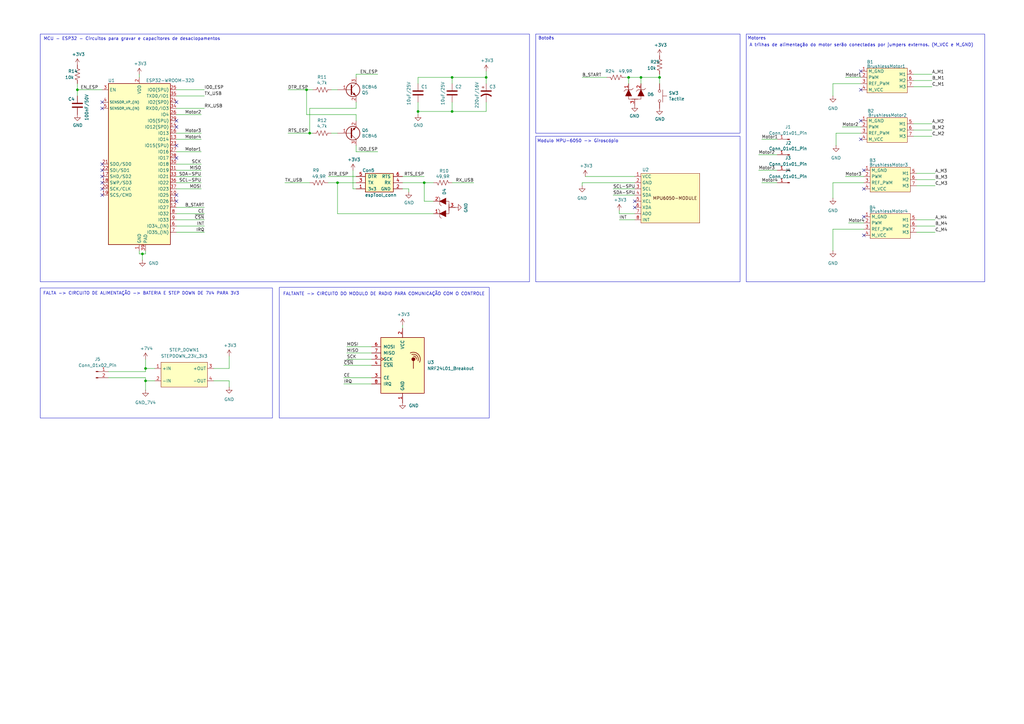
<source format=kicad_sch>
(kicad_sch (version 20250114) (generator "eeschema") (generator_version "9.0")
  (paper "A3")
  (lib_symbols
    (symbol "Connector:Conn_01x01_Pin" (pin_names (offset 1.016) (hide yes))
      (property "Reference" "J" (at 0 2.54 0))
      (property "Value" "Conn_01x01_Pin" (at 0 -2.54 0))
      (symbol "Conn_01x01_Pin_1_1"
        (rectangle (start 0.8636 0.127) (end 0 -0.127) (stroke (width 0.1524)) (fill (type outline)))
        (polyline (pts (xy 1.27 0) (xy 0.8636 0)) (stroke (width 0.1524)))
        (pin passive line (at 5.08 0 180) (length 3.81) (name "Pin_1") (number "1"))
      )
    )
    (symbol "Connector:Conn_01x02_Pin" (pin_names (offset 1.016) (hide yes))
      (property "Reference" "J" (at 0 2.54 0))
      (property "Value" "Conn_01x02_Pin" (at 0 -5.08 0))
      (symbol "Conn_01x02_Pin_1_1"
        (rectangle (start 0.8636 0.127) (end 0 -0.127) (stroke (width 0.1524)) (fill (type outline)))
        (rectangle (start 0.8636 -2.413) (end 0 -2.667) (stroke (width 0.1524)) (fill (type outline)))
        (polyline (pts (xy 1.27 0) (xy 0.8636 0)) (stroke (width 0.1524)))
        (polyline (pts (xy 1.27 -2.54) (xy 0.8636 -2.54)) (stroke (width 0.1524)))
        (pin passive line (at 5.08 0 180) (length 3.81) (name "Pin_1") (number "1"))
        (pin passive line (at 5.08 -2.54 180) (length 3.81) (name "Pin_2") (number "2"))
      )
    )
    (symbol "Local_capacitors:100n" (pin_numbers (hide yes)) (pin_names (offset 0.254))
      (property "Reference" "C" (at 0.635 2.54 0))
      (property "Value" "100n" (at 0.635 -2.54 0))
      (symbol "100n_0_1"
        (polyline (pts (xy -2.032 0.762) (xy 2.032 0.762)) (stroke (width 0.508)))
        (polyline (pts (xy -2.032 -0.762) (xy 2.032 -0.762)) (stroke (width 0.508)))
      )
      (symbol "100n_1_1"
        (pin passive line (at 0 3.81 270) (length 2.794) (name "~") (number "1"))
        (pin passive line (at 0 -3.81 90) (length 2.794) (name "~") (number "2"))
      )
    )
    (symbol "Local_capacitors:100u_10v" (pin_numbers (hide yes)) (pin_names (offset 0.254) (hide yes))
      (property "Reference" "C" (at 0.635 2.54 0))
      (property "Value" "100u_10v" (at 0.635 -2.54 0))
      (symbol "100u_10v_0_1"
        (polyline (pts (xy -2.032 0.762) (xy 2.032 0.762)) (stroke (width 0.508)))
        (polyline (pts (xy -1.778 2.286) (xy -0.762 2.286)))
        (polyline (pts (xy -1.27 1.778) (xy -1.27 2.794)))
        (arc (start -2.032 -1.27) (mid 0 -0.5572) (end 2.032 -1.27) (stroke (width 0.508)))
      )
      (symbol "100u_10v_1_1"
        (pin passive line (at 0 3.81 270) (length 2.794) (name "~") (number "1"))
        (pin passive line (at 0 -3.81 90) (length 3.302) (name "~") (number "2"))
      )
    )
    (symbol "Local_capacitors:10u_10v" (pin_numbers (hide yes)) (pin_names (offset 0.254))
      (property "Reference" "C" (at 0.635 2.54 0))
      (property "Value" "10u_10v" (at 0.635 -2.54 0))
      (symbol "10u_10v_0_1"
        (polyline (pts (xy -2.032 0.762) (xy 2.032 0.762)) (stroke (width 0.508)))
        (polyline (pts (xy -2.032 -0.762) (xy 2.032 -0.762)) (stroke (width 0.508)))
      )
      (symbol "10u_10v_1_1"
        (pin passive line (at 0 3.81 270) (length 2.794) (name "~") (number "1"))
        (pin passive line (at 0 -3.81 90) (length 2.794) (name "~") (number "2"))
      )
    )
    (symbol "Local_connectors:espTool_conn" (pin_names (offset 1.016))
      (property "Reference" "J" (at 1.27 5.08 0))
      (symbol "espTool_conn_1_1"
        (rectangle (start -5.08 3.81) (end 6.35 -3.81) (stroke (width 0.254)) (fill (type background)))
        (pin passive line (at -8.89 2.54 0) (length 3.81) (name "3v3") (number "1"))
        (pin passive line (at -8.89 0 0) (length 3.81) (name "TX") (number "3"))
        (pin passive line (at -8.89 -2.54 0) (length 3.81) (name "DTR") (number "5"))
        (pin passive line (at 10.16 2.54 180) (length 3.81) (name "GND") (number "2"))
        (pin passive line (at 10.16 0 180) (length 3.81) (name "RX") (number "4"))
        (pin passive line (at 10.16 -2.54 180) (length 3.81) (name "RTS") (number "6"))
      )
    )
    (symbol "Local_power:+3V3" (power) (pin_names (offset 0))
      (property "Value" "+3V3" (at 0 3.556 0))
      (symbol "+3V3_0_1"
        (polyline (pts (xy -0.762 1.27) (xy 0 2.54)))
        (polyline (pts (xy 0 2.54) (xy 0.762 1.27)))
        (polyline (pts (xy 0 0) (xy 0 2.54)))
      )
      (symbol "+3V3_1_1"
        (pin power_in line (at 0 0 90) (length 0) (hide yes) (name "+3V3") (number "1"))
      )
    )
    (symbol "Local_power:GND" (power) (pin_names (offset 0))
      (property "Value" "GND" (at 0 -3.81 0))
      (symbol "GND_0_1"
        (polyline (pts (xy 0 0) (xy 0 -1.27) (xy 1.27 -1.27) (xy 0 -2.54) (xy -1.27 -1.27) (xy 0 -1.27)))
      )
      (symbol "GND_1_1"
        (pin power_in line (at 0 0 270) (length 0) (hide yes) (name "GND") (number "1"))
      )
    )
    (symbol "Local_resistors:10k" (pin_numbers (hide yes)) (pin_names (offset 0))
      (property "Reference" "R" (at 2.54 0 90))
      (property "Value" "10k" (at -2.54 0 90))
      (symbol "10k_0_1"
        (polyline (pts (xy 0 2.286) (xy 0 2.54)))
        (polyline (pts (xy 0 2.286) (xy 1.016 1.905) (xy 0 1.524) (xy -1.016 1.143) (xy 0 0.762)))
        (polyline (pts (xy 0 0.762) (xy 1.016 0.381) (xy 0 0) (xy -1.016 -0.381) (xy 0 -0.762)))
        (polyline (pts (xy 0 -0.762) (xy 1.016 -1.143) (xy 0 -1.524) (xy -1.016 -1.905) (xy 0 -2.286)))
        (polyline (pts (xy 0 -2.286) (xy 0 -2.54)))
      )
      (symbol "10k_1_1"
        (pin passive line (at 0 3.81 270) (length 1.27) (name "~") (number "1"))
        (pin passive line (at 0 -3.81 90) (length 1.27) (name "~") (number "2"))
      )
    )
    (symbol "Local_resistors:240R" (pin_numbers (hide yes)) (pin_names (offset 0))
      (property "Reference" "R" (at 2.54 0 90))
      (property "Value" "240R" (at -2.54 0 90))
      (symbol "240R_0_1"
        (polyline (pts (xy 0 2.286) (xy 0 2.54)))
        (polyline (pts (xy 0 2.286) (xy 1.016 1.905) (xy 0 1.524) (xy -1.016 1.143) (xy 0 0.762)))
        (polyline (pts (xy 0 0.762) (xy 1.016 0.381) (xy 0 0) (xy -1.016 -0.381) (xy 0 -0.762)))
        (polyline (pts (xy 0 -0.762) (xy 1.016 -1.143) (xy 0 -1.524) (xy -1.016 -1.905) (xy 0 -2.286)))
        (polyline (pts (xy 0 -2.286) (xy 0 -2.54)))
      )
      (symbol "240R_1_1"
        (pin passive line (at 0 3.81 270) (length 1.27) (name "~") (number "1"))
        (pin passive line (at 0 -3.81 90) (length 1.27) (name "~") (number "2"))
      )
    )
    (symbol "Local_resistors:3k3" (pin_numbers (hide yes)) (pin_names (offset 0))
      (property "Reference" "R" (at 2.54 0 90))
      (property "Value" "3k3" (at -2.54 0 90))
      (symbol "3k3_0_1"
        (polyline (pts (xy 0 2.286) (xy 0 2.54)))
        (polyline (pts (xy 0 2.286) (xy 1.016 1.905) (xy 0 1.524) (xy -1.016 1.143) (xy 0 0.762)))
        (polyline (pts (xy 0 0.762) (xy 1.016 0.381) (xy 0 0) (xy -1.016 -0.381) (xy 0 -0.762)))
        (polyline (pts (xy 0 -0.762) (xy 1.016 -1.143) (xy 0 -1.524) (xy -1.016 -1.905) (xy 0 -2.286)))
        (polyline (pts (xy 0 -2.286) (xy 0 -2.54)))
      )
      (symbol "3k3_1_1"
        (pin passive line (at 0 3.81 270) (length 1.27) (name "~") (number "1"))
        (pin passive line (at 0 -3.81 90) (length 1.27) (name "~") (number "2"))
      )
    )
    (symbol "Local_symbols:BC846" (pin_names (offset 0) (hide yes))
      (property "Reference" "Q" (at 5.08 1.905 0))
      (property "Value" "BC846" (at 5.08 0 0))
      (symbol "BC846_0_1"
        (polyline (pts (xy 0.635 1.905) (xy 0.635 -1.905) (xy 0.635 -1.905)) (stroke (width 0.508)))
        (polyline (pts (xy 0.635 0.635) (xy 2.54 2.54)))
        (polyline (pts (xy 0.635 -0.635) (xy 2.54 -2.54) (xy 2.54 -2.54)))
        (circle (center 1.27 0) (radius 2.8194) (stroke (width 0.254)))
        (polyline (pts (xy 1.27 -1.778) (xy 1.778 -1.27) (xy 2.286 -2.286) (xy 1.27 -1.778) (xy 1.27 -1.778)) (fill (type outline)))
      )
      (symbol "BC846_1_1"
        (pin input line (at -5.08 0 0) (length 5.715) (name "B") (number "1"))
        (pin passive line (at 2.54 5.08 270) (length 2.54) (name "C") (number "3"))
        (pin passive line (at 2.54 -5.08 90) (length 2.54) (name "E") (number "2"))
      )
    )
    (symbol "Local_symbols:ESP32-WROOM-32D"
      (property "Reference" "U" (at -12.7 34.29 0))
      (property "Value" "ESP32-WROOM-32D" (at 1.27 34.29 0))
      (symbol "ESP32-WROOM-32D_0_1"
        (rectangle (start -12.7 33.02) (end 12.7 -33.02) (stroke (width 0.254)) (fill (type background)))
      )
      (symbol "ESP32-WROOM-32D_1_1"
        (pin input line (at -15.24 30.48 0) (length 2.54) (name "EN") (number "3"))
        (pin input line (at -15.24 25.4 0) (length 2.54) (name "SENSOR_VP_(IN)") (number "4"))
        (pin input line (at -15.24 22.86 0) (length 2.54) (name "SENSOR_VN_(IN)") (number "5"))
        (pin bidirectional line (at -15.24 0 0) (length 2.54) (name "SDO/SD0") (number "21"))
        (pin bidirectional line (at -15.24 -2.54 0) (length 2.54) (name "SDI/SD1") (number "22"))
        (pin bidirectional line (at -15.24 -5.08 0) (length 2.54) (name "SHD/SD2") (number "17"))
        (pin bidirectional line (at -15.24 -7.62 0) (length 2.54) (name "SWP/SD3") (number "18"))
        (pin bidirectional line (at -15.24 -10.16 0) (length 2.54) (name "SCK/CLK") (number "20"))
        (pin bidirectional line (at -15.24 -12.7 0) (length 2.54) (name "SCS/CMD") (number "19"))
        (pin no_connect line (at -12.7 -27.94 0) (length 2.54) (hide yes) (name "NC") (number "32"))
        (pin power_in line (at 0 35.56 270) (length 2.54) (name "VDD") (number "2"))
        (pin power_in line (at 0 -35.56 90) (length 2.54) (name "GND") (number "1"))
        (pin passive line (at 0 -35.56 90) (length 2.54) (hide yes) (name "GND") (number "15"))
        (pin passive line (at 0 -35.56 90) (length 2.54) (hide yes) (name "GND") (number "38"))
        (pin passive line (at 2.54 -35.56 90) (length 2.54) (hide yes) (name "GND") (number "15"))
        (pin passive line (at 2.54 -35.56 90) (length 2.54) (hide yes) (name "GND") (number "38"))
        (pin power_in line (at 2.54 -35.56 90) (length 2.54) (name "PAD") (number "39"))
        (pin bidirectional line (at 15.24 30.48 180) (length 2.54) (name "IO0(SPU)") (number "25"))
        (pin bidirectional line (at 15.24 27.94 180) (length 2.54) (name "TXD0/IO1") (number "35"))
        (pin bidirectional line (at 15.24 25.4 180) (length 2.54) (name "IO2(SPD)") (number "24"))
        (pin bidirectional line (at 15.24 22.86 180) (length 2.54) (name "RXD0/IO3") (number "34"))
        (pin bidirectional line (at 15.24 20.32 180) (length 2.54) (name "IO4") (number "26"))
        (pin bidirectional line (at 15.24 17.78 180) (length 2.54) (name "IO5(SPU)") (number "29"))
        (pin bidirectional line (at 15.24 15.24 180) (length 2.54) (name "IO12(SPD)") (number "14"))
        (pin bidirectional line (at 15.24 12.7 180) (length 2.54) (name "IO13") (number "16"))
        (pin bidirectional line (at 15.24 10.16 180) (length 2.54) (name "IO14") (number "13"))
        (pin bidirectional line (at 15.24 7.62 180) (length 2.54) (name "IO15(SPU)") (number "23"))
        (pin bidirectional line (at 15.24 5.08 180) (length 2.54) (name "IO16") (number "27"))
        (pin bidirectional line (at 15.24 2.54 180) (length 2.54) (name "IO17") (number "28"))
        (pin bidirectional line (at 15.24 0 180) (length 2.54) (name "IO18") (number "30"))
        (pin bidirectional line (at 15.24 -2.54 180) (length 2.54) (name "IO19") (number "31"))
        (pin bidirectional line (at 15.24 -5.08 180) (length 2.54) (name "IO21") (number "33"))
        (pin bidirectional line (at 15.24 -7.62 180) (length 2.54) (name "IO22") (number "36"))
        (pin bidirectional line (at 15.24 -10.16 180) (length 2.54) (name "IO23") (number "37"))
        (pin bidirectional line (at 15.24 -12.7 180) (length 2.54) (name "IO25") (number "10"))
        (pin bidirectional line (at 15.24 -15.24 180) (length 2.54) (name "IO26") (number "11"))
        (pin bidirectional line (at 15.24 -17.78 180) (length 2.54) (name "IO27") (number "12"))
        (pin bidirectional line (at 15.24 -20.32 180) (length 2.54) (name "IO32") (number "8"))
        (pin bidirectional line (at 15.24 -22.86 180) (length 2.54) (name "IO33") (number "9"))
        (pin input line (at 15.24 -25.4 180) (length 2.54) (name "IO34_(IN)") (number "6"))
        (pin input line (at 15.24 -27.94 180) (length 2.54) (name "IO35_(IN)") (number "7"))
      )
    )
    (symbol "Local_symbols:SW_Push-Switch" (pin_numbers (hide yes)) (pin_names (offset 1.016) (hide yes))
      (property "Reference" "SW" (at 1.27 2.54 0))
      (property "Value" "SW_Push-Switch" (at 0 -1.524 0))
      (symbol "SW_Push-Switch_0_1"
        (circle (center -2.032 0) (radius 0.508))
        (polyline (pts (xy 0 1.27) (xy 0 3.048)))
        (circle (center 2.032 0) (radius 0.508))
        (polyline (pts (xy 2.54 1.27) (xy -2.54 1.27)))
        (pin passive line (at -5.08 0 0) (length 2.54) (name "1") (number "1"))
        (pin passive line (at 5.08 0 180) (length 2.54) (name "2") (number "2"))
      )
    )
    (symbol "Local_symbols:TVS_DUPLO_UNI" (pin_names (offset 1.016) (hide yes))
      (property "Reference" "D" (at -7.62 0 0))
      (property "Value" "TVS_DUPLO_UNI" (at 6.35 0 90))
      (symbol "TVS_DUPLO_UNI_0_1"
        (polyline (pts (xy -4.445 0.635) (xy -3.81 1.27)))
        (rectangle (start -2.54 1.27) (end -3.81 1.27))
        (rectangle (start -2.54 1.27) (end -1.27 1.27))
        (polyline (pts (xy -1.27 1.27) (xy -0.635 1.905)))
        (polyline (pts (xy 0 -2.54) (xy 2.54 -2.54) (xy 2.54 -1.27)))
        (polyline (pts (xy 0.635 0.635) (xy 1.27 1.27)))
        (polyline (pts (xy 3.81 1.27) (xy 1.27 1.27)))
        (polyline (pts (xy 3.81 1.27) (xy 4.445 1.905)))
        (polyline (pts (xy 3.81 -1.27) (xy 2.54 1.27) (xy 1.27 -1.27) (xy 3.81 -1.27)) (stroke (width 0.2032)) (fill (type outline)))
      )
      (symbol "TVS_DUPLO_UNI_1_1"
        (polyline (pts (xy -2.54 1.27) (xy -3.81 -1.27) (xy -1.27 -1.27) (xy -2.54 1.27)) (stroke (width 0.2032)) (fill (type outline)))
        (polyline (pts (xy 0 -2.54) (xy -2.54 -2.54) (xy -2.54 -1.27)))
        (polyline (pts (xy 1.27 -2.54) (xy -1.27 -2.54)))
        (pin input line (at -2.54 3.81 270) (length 2.54) (name "common") (number "1"))
        (pin passive line (at 0 -5.08 90) (length 2.54) (name "A1") (number "3"))
        (pin passive line (at 2.54 3.81 270) (length 2.54) (name "A2") (number "2"))
      )
    )
    (symbol "MPU6050_module:BrushlessMotor_MODULE"
      (property "Reference" "BrushlessMotor" (at 6.096 1.27 0))
      (symbol "BrushlessMotor_MODULE_1_1"
        (rectangle (start -1.27 0) (end 15.24 -10.16) (fill (type color) (color 255 255 194 1)))
        (pin power_in line (at -3.81 -1.27 0) (length 2.54) (name "M_GND") (number "1"))
        (pin input line (at -3.81 -3.81 0) (length 2.54) (name "PWM") (number "2"))
        (pin input line (at -3.81 -6.35 0) (length 2.54) (name "REF_PWM") (number "3"))
        (pin power_in line (at -3.81 -8.89 0) (length 2.54) (name "M_VCC") (number "4"))
        (pin output line (at 17.78 -2.54 180) (length 2.54) (name "M1") (number "5"))
        (pin output line (at 17.78 -5.08 180) (length 2.54) (name "M2") (number "6"))
        (pin output line (at 17.78 -7.62 180) (length 2.54) (name "M3") (number "7"))
      )
    )
    (symbol "MPU6050_module:MPU6050_module"
      (symbol "MPU6050_module_1_1"
        (rectangle (start 0 0) (end 24.13 -20.32) (fill (type color) (color 255 255 194 1)))
        (text "MPU6050-MODULE" (at 13.97 -10.16 0) (effects (font (size 1.27 1.27))))
        (pin power_in line (at -2.54 -1.27 0) (length 2.54) (name "VCC") (number "1"))
        (pin power_in line (at -2.54 -3.81 0) (length 2.54) (name "GND") (number "2"))
        (pin bidirectional line (at -2.54 -6.35 0) (length 2.54) (name "SCL") (number "3"))
        (pin bidirectional line (at -2.54 -8.89 0) (length 2.54) (name "SDA") (number "4"))
        (pin bidirectional line (at -2.54 -11.43 0) (length 2.54) (name "XCL") (number "5"))
        (pin bidirectional line (at -2.54 -13.97 0) (length 2.54) (name "XDA") (number "6"))
        (pin bidirectional line (at -2.54 -16.51 0) (length 2.54) (name "ADO") (number "7"))
        (pin bidirectional line (at -2.54 -19.05 0) (length 2.54) (name "INT") (number "8"))
      )
    )
    (symbol "MPU6050_module:STEPDOWN_3V3"
      (property "Reference" "STEP_DOWN" (at 5.08 -0.254 0))
      (symbol "STEPDOWN_3V3_1_1"
        (rectangle (start 0 -1.27) (end 19.05 -11.43) (fill (type color) (color 255 255 194 1)))
        (pin input line (at -2.54 -3.81 0) (length 2.54) (name "+IN") (number "1"))
        (pin input line (at -2.54 -8.89 0) (length 2.54) (name "-IN") (number "2"))
        (pin output line (at 21.59 -3.81 180) (length 2.54) (name "+OUT") (number "3"))
        (pin output line (at 21.59 -8.89 180) (length 2.54) (name "-OUT") (number "4"))
      )
    )
    (symbol "RF:NRF24L01_Breakout" (pin_names (offset 1.016))
      (property "Reference" "U" (at -8.89 12.7 0))
      (property "Value" "NRF24L01_Breakout" (at 3.81 12.7 0))
      (symbol "NRF24L01_Breakout_0_1"
        (rectangle (start -8.89 11.43) (end 8.89 -11.43) (stroke (width 0.254)) (fill (type background)))
        (arc (start 3.175 5.08) (mid 6.453 4.548) (end 6.985 1.27) (stroke (width 0.254)))
        (circle (center 4.445 2.54) (radius 0.635) (stroke (width 0.254)) (fill (type outline)))
        (polyline (pts (xy 4.445 1.905) (xy 4.445 -1.27)) (stroke (width 0.254)))
        (arc (start 3.81 4.445) (mid 5.8835 3.9785) (end 6.35 1.905) (stroke (width 0.254)))
        (arc (start 4.445 3.81) (mid 5.3558 3.4508) (end 5.715 2.54) (stroke (width 0.254)))
      )
      (symbol "NRF24L01_Breakout_1_1"
        (pin input line (at -12.7 7.62 0) (length 3.81) (name "MOSI") (number "6"))
        (pin output line (at -12.7 5.08 0) (length 3.81) (name "MISO") (number "7"))
        (pin input clock (at -12.7 2.54 0) (length 3.81) (name "SCK") (number "5"))
        (pin input line (at -12.7 0 0) (length 3.81) (name "~{CSN}") (number "4"))
        (pin input line (at -12.7 -5.08 0) (length 3.81) (name "CE") (number "3"))
        (pin output line (at -12.7 -7.62 0) (length 3.81) (name "IRQ") (number "8"))
        (pin power_in line (at 0 15.24 270) (length 3.81) (name "VCC") (number "2"))
        (pin power_in line (at 0 -15.24 90) (length 3.81) (name "GND") (number "1"))
      )
    )
    (symbol "power:GND" (power) (pin_numbers (hide yes)) (pin_names (offset 0) (hide yes))
      (property "Value" "GND" (at 0 -3.81 0))
      (symbol "GND_0_1"
        (polyline (pts (xy 0 0) (xy 0 -1.27) (xy 1.27 -1.27) (xy 0 -2.54) (xy -1.27 -1.27) (xy 0 -1.27)))
      )
      (symbol "GND_1_1"
        (pin power_in line (at 0 0 270) (length 0) (name "~") (number "1"))
      )
    )
  )
  (rectangle (start 219.71 55.88) (end 303.53 115.57))
  (rectangle (start 16.51 13.97) (end 217.17 115.57))
  (rectangle (start 219.71 13.97) (end 303.53 54.61))
  (rectangle (start 16.51 118.11) (end 111.76 171.45))
  (rectangle (start 306.07 13.97) (end 403.86 115.57))
  (rectangle (start 114.554 117.856) (end 200.66 171.45))
  (text "A trilhas de alimentação do motor serão conectadas por jumpers externos. (M_VCC e M_GND)" (at 353.314 18.542 0) (effects (font (size 1.27 1.27))))
  (text "MCU - ESP32 - Circuitos para gravar e capacitores de desaclopamentos" (at 54.102 16.002 0) (effects (font (size 1.27 1.27))))
  (text "Botoẽs" (at 224.028 15.748 0) (effects (font (size 1.27 1.27))))
  (text "Modulo MPU-6050 -> Giroscópio" (at 236.982 57.912 0) (effects (font (size 1.27 1.27))))
  (text "Motores" (at 310.388 15.748 0) (effects (font (size 1.27 1.27))))
  (text "FALTANTE -> CIRCUITO DO MODULO DE RADIO PARA COMUNICAÇÃO COM O CONTROLE" (at 157.48 120.65 0) (effects (font (size 1.27 1.27))))
  (text "FALTA -> CIRCUITO DE ALIMENTAÇÃO -> BATERIA E STEP DOWN DE 7V4 PARA 3V3" (at 57.912 120.396 0) (effects (font (size 1.27 1.27))))
  (junction (at 199.39 31.75))
  (junction (at 127 54.61))
  (junction (at 257.81 31.75))
  (junction (at 270.51 31.75))
  (junction (at 59.69 151.13))
  (junction (at 31.75 36.83))
  (junction (at 173.99 74.93))
  (junction (at 185.42 45.72))
  (junction (at 125.73 36.83))
  (junction (at 262.89 31.75))
  (junction (at 171.45 45.72))
  (junction (at 59.69 156.21))
  (junction (at 58.42 104.14))
  (junction (at 185.42 31.75))
  (junction (at 138.43 74.93))
  (no_connect (at 72.39 41.91))
  (no_connect (at 72.39 52.07))
  (no_connect (at 72.39 49.53))
  (no_connect (at 72.39 82.55))
  (no_connect (at 41.91 77.47))
  (no_connect (at 41.91 69.85))
  (no_connect (at 41.91 72.39))
  (no_connect (at 41.91 80.01))
  (no_connect (at 72.39 59.69))
  (no_connect (at 41.91 67.31))
  (no_connect (at 354.33 96.52))
  (no_connect (at 354.33 88.9))
  (no_connect (at 260.35 82.55))
  (no_connect (at 72.39 64.77))
  (no_connect (at 72.39 80.01))
  (no_connect (at 41.91 41.91))
  (no_connect (at 354.33 69.85))
  (no_connect (at 41.91 74.93))
  (no_connect (at 353.06 49.53))
  (no_connect (at 354.33 77.47))
  (no_connect (at 353.06 57.15))
  (no_connect (at 353.06 29.21))
  (no_connect (at 260.35 85.09))
  (no_connect (at 353.06 36.83))
  (no_connect (at 41.91 44.45))
  (wire (pts (xy 260.35 87.63) (xy 254 87.63)))
  (wire (pts (xy 59.69 160.02) (xy 59.69 156.21)))
  (wire (pts (xy 383.54 71.12) (xy 375.92 71.12)))
  (wire (pts (xy 72.39 67.31) (xy 82.55 67.31)))
  (wire (pts (xy 138.43 74.93) (xy 138.43 87.63)))
  (wire (pts (xy 134.62 72.39) (xy 146.05 72.39)))
  (wire (pts (xy 134.62 74.93) (xy 138.43 74.93)))
  (wire (pts (xy 382.27 30.48) (xy 374.65 30.48)))
  (wire (pts (xy 125.73 46.99) (xy 125.73 36.83)))
  (wire (pts (xy 199.39 41.91) (xy 199.39 45.72)))
  (wire (pts (xy 262.89 31.75) (xy 270.51 31.75)))
  (wire (pts (xy 318.77 63.5) (xy 311.15 63.5)))
  (wire (pts (xy 63.5 156.21) (xy 59.69 156.21)))
  (wire (pts (xy 72.39 92.71) (xy 83.82 92.71)))
  (wire (pts (xy 341.63 74.93) (xy 354.33 74.93)))
  (wire (pts (xy 59.69 156.21) (xy 59.69 154.94)))
  (wire (pts (xy 152.4 144.78) (xy 142.24 144.78)))
  (wire (pts (xy 127 54.61) (xy 128.27 54.61)))
  (wire (pts (xy 59.69 152.4) (xy 59.69 151.13)))
  (wire (pts (xy 82.55 72.39) (xy 72.39 72.39)))
  (wire (pts (xy 146.05 41.91) (xy 146.05 44.45)))
  (wire (pts (xy 382.27 35.56) (xy 374.65 35.56)))
  (wire (pts (xy 152.4 147.32) (xy 142.24 147.32)))
  (wire (pts (xy 72.39 57.15) (xy 82.55 57.15)))
  (wire (pts (xy 171.45 41.91) (xy 171.45 45.72)))
  (wire (pts (xy 87.63 151.13) (xy 93.98 151.13)))
  (wire (pts (xy 87.63 156.21) (xy 93.98 156.21)))
  (wire (pts (xy 318.77 74.93) (xy 312.42 74.93)))
  (wire (pts (xy 118.11 54.61) (xy 127 54.61)))
  (wire (pts (xy 72.39 95.25) (xy 83.82 95.25)))
  (wire (pts (xy 146.05 31.75) (xy 146.05 30.48)))
  (wire (pts (xy 254 90.17) (xy 260.35 90.17)))
  (wire (pts (xy 382.27 33.02) (xy 374.65 33.02)))
  (wire (pts (xy 199.39 29.21) (xy 199.39 31.75)))
  (wire (pts (xy 262.89 34.29) (xy 262.89 31.75)))
  (wire (pts (xy 146.05 44.45) (xy 127 44.45)))
  (wire (pts (xy 152.4 154.94) (xy 140.97 154.94)))
  (wire (pts (xy 177.8 74.93) (xy 173.99 74.93)))
  (wire (pts (xy 59.69 147.32) (xy 59.69 151.13)))
  (wire (pts (xy 341.63 39.37) (xy 341.63 34.29)))
  (wire (pts (xy 256.54 31.75) (xy 257.81 31.75)))
  (wire (pts (xy 44.45 152.4) (xy 59.69 152.4)))
  (wire (pts (xy 72.39 46.99) (xy 82.55 46.99)))
  (wire (pts (xy 58.42 106.68) (xy 58.42 104.14)))
  (wire (pts (xy 383.54 92.71) (xy 375.92 92.71)))
  (wire (pts (xy 59.69 154.94) (xy 44.45 154.94)))
  (wire (pts (xy 135.89 36.83) (xy 138.43 36.83)))
  (wire (pts (xy 354.33 91.44) (xy 347.98 91.44)))
  (wire (pts (xy 127 44.45) (xy 127 54.61)))
  (wire (pts (xy 146.05 49.53) (xy 146.05 46.99)))
  (wire (pts (xy 165.1 74.93) (xy 173.99 74.93)))
  (wire (pts (xy 165.1 72.39) (xy 173.99 72.39)))
  (wire (pts (xy 128.27 36.83) (xy 125.73 36.83)))
  (wire (pts (xy 152.4 149.86) (xy 140.97 149.86)))
  (wire (pts (xy 116.84 74.93) (xy 127 74.93)))
  (wire (pts (xy 146.05 62.23) (xy 154.94 62.23)))
  (wire (pts (xy 173.99 74.93) (xy 173.99 82.55)))
  (wire (pts (xy 238.76 31.75) (xy 248.92 31.75)))
  (wire (pts (xy 82.55 74.93) (xy 72.39 74.93)))
  (wire (pts (xy 138.43 87.63) (xy 177.8 87.63)))
  (wire (pts (xy 354.33 72.39) (xy 346.71 72.39)))
  (wire (pts (xy 138.43 74.93) (xy 146.05 74.93)))
  (wire (pts (xy 382.27 50.8) (xy 374.65 50.8)))
  (wire (pts (xy 59.69 104.14) (xy 58.42 104.14)))
  (wire (pts (xy 72.39 87.63) (xy 83.82 87.63)))
  (wire (pts (xy 185.42 74.93) (xy 194.31 74.93)))
  (wire (pts (xy 171.45 31.75) (xy 185.42 31.75)))
  (wire (pts (xy 383.54 95.25) (xy 375.92 95.25)))
  (wire (pts (xy 318.77 57.15) (xy 312.42 57.15)))
  (wire (pts (xy 199.39 31.75) (xy 199.39 34.29)))
  (wire (pts (xy 173.99 82.55) (xy 177.8 82.55)))
  (wire (pts (xy 341.63 34.29) (xy 353.06 34.29)))
  (wire (pts (xy 83.82 44.45) (xy 72.39 44.45)))
  (wire (pts (xy 72.39 54.61) (xy 82.55 54.61)))
  (wire (pts (xy 341.63 93.98) (xy 354.33 93.98)))
  (wire (pts (xy 382.27 53.34) (xy 374.65 53.34)))
  (wire (pts (xy 165.1 77.47) (xy 167.64 77.47)))
  (wire (pts (xy 341.63 81.28) (xy 341.63 74.93)))
  (wire (pts (xy 185.42 31.75) (xy 185.42 34.29)))
  (wire (pts (xy 383.54 76.2) (xy 375.92 76.2)))
  (wire (pts (xy 72.39 85.09) (xy 83.82 85.09)))
  (wire (pts (xy 167.64 77.47) (xy 167.64 78.74)))
  (wire (pts (xy 57.15 30.48) (xy 57.15 31.75)))
  (wire (pts (xy 270.51 30.48) (xy 270.51 31.75)))
  (wire (pts (xy 59.69 151.13) (xy 63.5 151.13)))
  (wire (pts (xy 341.63 102.87) (xy 341.63 93.98)))
  (wire (pts (xy 135.89 54.61) (xy 138.43 54.61)))
  (wire (pts (xy 185.42 45.72) (xy 171.45 45.72)))
  (wire (pts (xy 185.42 41.91) (xy 185.42 45.72)))
  (wire (pts (xy 240.03 72.39) (xy 260.35 72.39)))
  (wire (pts (xy 57.15 104.14) (xy 57.15 102.87)))
  (wire (pts (xy 383.54 90.17) (xy 375.92 90.17)))
  (wire (pts (xy 83.82 36.83) (xy 72.39 36.83)))
  (wire (pts (xy 382.27 55.88) (xy 374.65 55.88)))
  (wire (pts (xy 185.42 31.75) (xy 199.39 31.75)))
  (wire (pts (xy 353.06 52.07) (xy 345.44 52.07)))
  (wire (pts (xy 199.39 45.72) (xy 185.42 45.72)))
  (wire (pts (xy 83.82 39.37) (xy 72.39 39.37)))
  (wire (pts (xy 152.4 157.48) (xy 140.97 157.48)))
  (wire (pts (xy 257.81 31.75) (xy 262.89 31.75)))
  (wire (pts (xy 93.98 151.13) (xy 93.98 146.05)))
  (wire (pts (xy 383.54 73.66) (xy 375.92 73.66)))
  (wire (pts (xy 260.35 74.93) (xy 238.76 74.93)))
  (wire (pts (xy 342.9 59.69) (xy 342.9 54.61)))
  (wire (pts (xy 251.46 80.01) (xy 260.35 80.01)))
  (wire (pts (xy 238.76 74.93) (xy 238.76 76.2)))
  (wire (pts (xy 72.39 90.17) (xy 83.82 90.17)))
  (wire (pts (xy 257.81 31.75) (xy 257.81 34.29)))
  (wire (pts (xy 118.11 36.83) (xy 125.73 36.83)))
  (wire (pts (xy 31.75 36.83) (xy 41.91 36.83)))
  (wire (pts (xy 72.39 69.85) (xy 82.55 69.85)))
  (wire (pts (xy 270.51 31.75) (xy 270.51 34.29)))
  (wire (pts (xy 93.98 156.21) (xy 93.98 158.75)))
  (wire (pts (xy 152.4 142.24) (xy 142.24 142.24)))
  (wire (pts (xy 58.42 104.14) (xy 57.15 104.14)))
  (wire (pts (xy 254 87.63) (xy 254 86.36)))
  (wire (pts (xy 353.06 31.75) (xy 346.71 31.75)))
  (wire (pts (xy 171.45 34.29) (xy 171.45 31.75)))
  (wire (pts (xy 146.05 59.69) (xy 146.05 62.23)))
  (wire (pts (xy 59.69 102.87) (xy 59.69 104.14)))
  (wire (pts (xy 251.46 77.47) (xy 260.35 77.47)))
  (wire (pts (xy 318.77 69.85) (xy 311.15 69.85)))
  (wire (pts (xy 342.9 54.61) (xy 353.06 54.61)))
  (wire (pts (xy 144.78 77.47) (xy 144.78 69.85)))
  (wire (pts (xy 146.05 77.47) (xy 144.78 77.47)))
  (wire (pts (xy 72.39 62.23) (xy 82.55 62.23)))
  (wire (pts (xy 31.75 34.29) (xy 31.75 36.83)))
  (wire (pts (xy 165.1 133.35) (xy 165.1 134.62)))
  (wire (pts (xy 146.05 30.48) (xy 154.94 30.48)))
  (wire (pts (xy 125.73 46.99) (xy 146.05 46.99)))
  (wire (pts (xy 171.45 45.72) (xy 171.45 46.99)))
  (wire (pts (xy 72.39 77.47) (xy 82.55 77.47)))
  (wire (pts (xy 31.75 36.83) (xy 31.75 39.37)))
  (label "Motor2" (at 311.15 63.5 0))
  (label "SCK" (at 82.55 67.31 180))
  (label "Motor2" (at 345.44 52.07 0))
  (label "MISO" (at 82.55 69.85 180))
  (label "Motor4" (at 82.55 57.15 180))
  (label "SCK" (at 142.24 147.32 0))
  (label "CE" (at 140.97 154.94 0))
  (label "IO0_ESP" (at 83.82 36.83 0))
  (label "RX_USB" (at 83.82 44.45 0))
  (label "MISO" (at 142.24 144.78 0))
  (label "A_M4" (at 383.54 90.17 0))
  (label "A_M1" (at 382.27 30.48 0))
  (label "DTR_ESP" (at 134.62 72.39 0))
  (label "Motor1" (at 82.55 62.23 180))
  (label "B_START" (at 238.76 31.75 0))
  (label "B_M3" (at 383.54 73.66 0))
  (label "Motor1" (at 346.71 31.75 0))
  (label "C_M2" (at 382.27 55.88 0))
  (label "A_M2" (at 382.27 50.8 0))
  (label "MOSI" (at 82.55 77.47 180))
  (label "B_M4" (at 383.54 92.71 0))
  (label "INT" (at 83.82 92.71 180))
  (label "A_M3" (at 383.54 71.12 0))
  (label "MOSI" (at 142.24 142.24 0))
  (label "Motor4" (at 347.98 91.44 0))
  (label "IO0_ESP" (at 154.94 62.23 180))
  (label "~{CSN}" (at 140.97 149.86 0))
  (label "IRQ" (at 140.97 157.48 0))
  (label "C_M4" (at 383.54 95.25 0))
  (label "DTR_ESP" (at 118.11 36.83 0))
  (label "Motor3" (at 346.71 72.39 0))
  (label "RX_USB" (at 194.31 74.93 180))
  (label "B_START" (at 83.82 85.09 180))
  (label "SDA-SPU" (at 82.55 72.39 180))
  (label "Motor3" (at 82.55 54.61 180))
  (label "Motor1" (at 312.42 57.15 0))
  (label "Motor4" (at 312.42 74.93 0))
  (label "B_M1" (at 382.27 33.02 0))
  (label "TX_USB" (at 116.84 74.93 0))
  (label "EN_ESP" (at 154.94 30.48 180))
  (label "Motor2" (at 82.55 46.99 180))
  (label "~{CSN}" (at 83.82 90.17 180))
  (label "EN_ESP" (at 33.02 36.83 0))
  (label "CE" (at 83.82 87.63 180))
  (label "IRQ" (at 83.82 95.25 180))
  (label "TX_USB" (at 83.82 39.37 0))
  (label "B_M2" (at 382.27 53.34 0))
  (label "SDA-SPU" (at 251.46 80.01 0))
  (label "RTS_ESP" (at 118.11 54.61 0))
  (label "SCL-SPU" (at 251.46 77.47 0))
  (label "INT" (at 254 90.17 0))
  (label "SCL-SPU" (at 82.55 74.93 180))
  (label "C_M3" (at 383.54 76.2 0))
  (label "RTS_ESP" (at 173.99 72.39 180))
  (label "Motor3" (at 311.15 69.85 0))
  (label "C_M1" (at 382.27 35.56 0))
  (symbol (lib_id "Connector:Conn_01x01_Pin") (at 323.85 69.85 180) (unit 1)
    (property "Reference" "J3" (at 323.215 64.77 0))
    (property "Value" "Conn_01x01_Pin" (at 323.215 67.31 0))
    (property "Footprint" "Connector_PinHeader_2.54mm:PinHeader_1x01_P2.54mm_Vertical" (effects (hide yes)))
    (property "Description" "Generic connector, single row, 01x01, script generated" (effects (hide yes)))
  )
  (symbol (lib_id "Local_power:GND") (at 31.75 46.99 0) (unit 1)
    (property "Reference" "#PWR019" (effects (hide yes)))
    (property "Value" "GND" (at 31.877 51.3842 0))
  )
  (symbol (lib_id "Local_power:+3V3") (at 199.39 29.21 0) (unit 1)
    (property "Reference" "#PWR016" (effects (hide yes)))
    (property "Value" "+3V3" (at 199.771 24.8158 0))
  )
  (symbol (lib_id "Local_resistors:240R") (at 181.61 74.93 90) (mirror x) (unit 1)
    (property "Reference" "R10" (at 182.118 70.104 90))
    (property "Value" "49,9R" (at 181.61 72.39 90))
    (property "Footprint" "Local_Resistor_SMD:R_0805_2012Metric_Pad1.15x1.40mm_HandSolder" (effects (hide yes)))
    (property "Description" "Resistor 0805 1% 0.125W" (effects (hide yes)))
    (property "MPN" "RC0805FR-0749R9L" (effects (hide yes)))
    (property "Manufacturer" "Yageo" (effects (hide yes)))
  )
  (symbol (lib_id "Local_resistors:10k") (at 31.75 30.48 0) (unit 1)
    (property "Reference" "R14" (at 27.94 29.21 0) (effects (justify left)))
    (property "Value" "10k" (at 26.67 31.75 0) (effects (justify left)))
    (property "Footprint" "Local_Resistor_SMD:R_0805_2012Metric_Pad1.15x1.40mm_HandSolder" (effects (hide yes)))
    (property "Descrição" "Resistor 0805 1% 0.125W" (effects (hide yes)))
    (property "MPN" "RC0805FR-0710KL" (effects (hide yes)))
    (property "Manufacturer" "Yageo" (effects (hide yes)))
  )
  (symbol (lib_id "power:GND") (at 58.42 106.68 0) (unit 1)
    (property "Reference" "#PWR010" (effects (hide yes)))
    (property "Value" "GND" (at 60.96 107.9499 0) (effects (justify left)))
    (property "Description" "Power symbol creates a global label with name \"GND\" , ground" (effects (hide yes)))
  )
  (symbol (lib_id "Local_power:GND") (at 171.45 46.99 0) (unit 1)
    (property "Reference" "#PWR014" (effects (hide yes)))
    (property "Value" "GND" (at 171.577 51.3842 0))
  )
  (symbol (lib_id "Local_power:GND") (at 186.69 85.09 90) (mirror x) (unit 1)
    (property "Reference" "#PWR015" (effects (hide yes)))
    (property "Value" "GND" (at 191.0842 85.217 0))
  )
  (symbol (lib_id "Local_power:+3V3") (at 165.1 133.35 0) (unit 1)
    (property "Reference" "#PWR028" (effects (hide yes)))
    (property "Value" "+3V3" (at 165.481 128.9558 0))
  )
  (symbol (lib_id "Local_capacitors:100u_10v") (at 199.39 38.1 0) (unit 1)
    (property "Reference" "C3" (at 200.66 35.56 0) (effects (justify left)))
    (property "Value" "220uF/16V" (at 195.58 44.45 90) (effects (justify left)))
    (property "Footprint" "Capacitor_THT:CP_Radial_D6.3mm_P2.50mm" (effects (hide yes)))
    (property "Descrição" "Capacitor 220uF 16V 6.3mm 11mm ±20% 2.5mm 94mΩ@100kHz 540mA@100kHz 6000hrs@105℃" (effects (hide yes)))
    (property "MPN" "16ZLH220MEFC6.3X11 / ECA-1CM221B" (effects (hide yes)))
    (property "Manufacturer" "Rubycon" (effects (hide yes)))
  )
  (symbol (lib_id "MPU6050_module:BrushlessMotor_MODULE") (at 356.87 48.26 0) (unit 1)
    (property "Reference" "BrushlessMotor2" (at 363.982 47.244 0))
    (property "Value" "B2" (at 357.124 45.466 0))
  )
  (symbol (lib_id "RF:NRF24L01_Breakout") (at 165.1 149.86 0) (unit 1)
    (property "Reference" "U3" (at 175.26 148.5899 0) (effects (justify left)))
    (property "Value" "NRF24L01_Breakout" (at 175.26 151.1299 0) (effects (justify left)))
    (property "Footprint" "RF_Module:nRF24L01_Breakout" (effects (hide yes)))
    (property "Datasheet" "http://www.nordicsemi.com/eng/content/download/2730/34105/file/nRF24L01_Product_Specification_v2_0.pdf" (effects (hide yes)))
    (property "Description" "Ultra low power 2.4GHz RF Transceiver, Carrier PCB" (effects (hide yes)))
  )
  (symbol (lib_id "Local_resistors:10k") (at 270.51 26.67 0) (unit 1)
    (property "Reference" "R25" (at 266.7 25.4 0) (effects (justify left)))
    (property "Value" "10k" (at 265.43 27.94 0) (effects (justify left)))
    (property "Footprint" "Local_Resistor_SMD:R_0805_2012Metric_Pad1.15x1.40mm_HandSolder" (effects (hide yes)))
    (property "Descrição" "Resistor 0805 1% 0.125W" (effects (hide yes)))
    (property "MPN" "RC0805FR-0710KL" (effects (hide yes)))
    (property "Manufacturer" "Yageo" (effects (hide yes)))
  )
  (symbol (lib_id "Local_symbols:SW_Push-Switch") (at 270.51 39.37 270) (unit 1)
    (property "Reference" "SW3" (at 274.2692 38.2016 90) (effects (justify left)))
    (property "Value" "Tactile" (at 274.2692 40.513 90) (effects (justify left)))
    (property "Footprint" "Local_Button_Switch_THT:SW_TH_Tactile_Omron_B3F-10xx" (effects (hide yes)))
    (property "Description" "Push Button" (effects (hide yes)))
    (property "MPN" "A06N-9.5 " (effects (hide yes)))
    (property "Manufacturer" "Metaltex" (effects (hide yes)))
    (property "Descrição" "Tact Button" (effects (hide yes)))
  )
  (symbol (lib_id "Local_symbols:TVS_DUPLO_UNI") (at 181.61 85.09 90) (unit 1)
    (property "Reference" "D4" (at 182.245 79.9338 0) (effects (justify left)))
    (property "Value" "TVS 3,3V" (effects (hide yes)))
    (property "Footprint" "Local_Package_TO_SOT_SMD:SOT-23" (effects (hide yes)))
    (property "MPN" "D1213A-02SOL-7 / GSOT03C-E3-08" (effects (hide yes)))
    (property "Descrição" "TVS DIODE 3.3VWM 10VC SOT23" (effects (hide yes)))
  )
  (symbol (lib_id "MPU6050_module:BrushlessMotor_MODULE") (at 358.14 68.58 0) (unit 1)
    (property "Reference" "BrushlessMotor3" (at 364.49 67.564 0))
    (property "Value" "B3" (at 357.886 65.786 0))
  )
  (symbol (lib_id "Local_connectors:espTool_conn") (at 154.94 74.93 0) (mirror x) (unit 1) (in_bom no)
    (property "Reference" "Con5" (at 151.13 69.85 0))
    (property "Value" "espTool_conn" (at 156.21 80.01 0))
    (property "Footprint" "Local_Connector_PinHeader_2.54mm:PinHeader_2x03_P2.54mm_Vertical" (effects (hide yes)))
    (property "Descrição" "ESP32 Flash Connector" (effects (hide yes)))
    (property "MPN" "BPDC-06" (effects (hide yes)))
    (property "Manufacturer" "Metaltex" (effects (hide yes)))
  )
  (symbol (lib_id "Connector:Conn_01x01_Pin") (at 323.85 74.93 180) (unit 1)
    (property "Reference" "J4" (at 323.215 69.85 0))
    (property "Value" "Conn_01x01_Pin" (at 323.215 72.39 0))
    (property "Footprint" "Connector_PinHeader_2.54mm:PinHeader_1x01_P2.54mm_Vertical" (effects (hide yes)))
    (property "Description" "Generic connector, single row, 01x01, script generated" (effects (hide yes)))
  )
  (symbol (lib_id "power:GND") (at 59.69 160.02 0) (unit 1)
    (property "Reference" "#PWR020" (effects (hide yes)))
    (property "Value" "GND_7V4" (at 59.69 165.1 0))
    (property "Description" "Power symbol creates a global label with name \"GND\" , ground" (effects (hide yes)))
  )
  (symbol (lib_id "Local_power:+3V3") (at 144.78 69.85 0) (unit 1)
    (property "Reference" "#PWR011" (effects (hide yes)))
    (property "Value" "+3V3" (at 145.161 65.4558 0))
  )
  (symbol (lib_id "Local_power:+3V3") (at 57.15 30.48 0) (unit 1)
    (property "Reference" "#PWR017" (effects (hide yes)))
    (property "Value" "+3V3" (at 57.531 26.0858 0))
  )
  (symbol (lib_id "Local_power:+3V3") (at 270.51 22.86 0) (unit 1)
    (property "Reference" "#PWR036" (effects (hide yes)))
    (property "Value" "+3V3" (at 270.891 18.4658 0))
  )
  (symbol (lib_id "power:GND") (at 93.98 158.75 0) (unit 1)
    (property "Reference" "#PWR022" (effects (hide yes)))
    (property "Value" "GND" (at 93.98 163.83 0))
    (property "Description" "Power symbol creates a global label with name \"GND\" , ground" (effects (hide yes)))
  )
  (symbol (lib_id "Local_power:+3V3") (at 59.69 147.32 0) (unit 1)
    (property "Reference" "#PWR021" (effects (hide yes)))
    (property "Value" "+7V4" (at 60.071 142.9258 0))
  )
  (symbol (lib_id "Local_resistors:240R") (at 252.73 31.75 90) (mirror x) (unit 1)
    (property "Reference" "R24" (at 250.19 29.21 90))
    (property "Value" "49,9R" (at 256.54 29.21 90))
    (property "Footprint" "Local_Resistor_SMD:R_0805_2012Metric_Pad1.15x1.40mm_HandSolder" (effects (hide yes)))
    (property "Description" "Resistor 0805 1% 0.125W" (effects (hide yes)))
    (property "MPN" "RC0805FR-0749R9L" (effects (hide yes)))
    (property "Manufacturer" "Yageo" (effects (hide yes)))
  )
  (symbol (lib_id "Local_symbols:ESP32-WROOM-32D") (at 57.15 67.31 0) (unit 1)
    (property "Reference" "U1" (at 45.72 33.02 0))
    (property "Value" "ESP32-WROOM-32D" (at 69.85 33.02 0))
    (property "Footprint" "Local_RF_Module:ESP32-WROOM-32_PRODIGITAL" (effects (hide yes)))
    (property "Descrição" "WIFI MODULE 32MBITS SPI FLASH" (effects (hide yes)))
    (property "MPN" "ESP32-WROOM-32D" (effects (hide yes)))
    (property "Manufacturer" "Espressif Systems" (effects (hide yes)))
  )
  (symbol (lib_id "Connector:Conn_01x02_Pin") (at 39.37 152.4 0) (unit 1)
    (property "Reference" "J5" (at 40.005 147.32 0))
    (property "Value" "Conn_01x02_Pin" (at 40.005 149.86 0))
    (property "Footprint" "Connector_PinHeader_2.54mm:PinHeader_1x02_P2.54mm_Vertical" (effects (hide yes)))
    (property "Description" "Generic connector, single row, 01x02, script generated" (effects (hide yes)))
  )
  (symbol (lib_id "power:GND") (at 341.63 39.37 0) (unit 1)
    (property "Reference" "#PWR027" (effects (hide yes)))
    (property "Value" "GND" (at 341.63 44.45 0))
    (property "Description" "Power symbol creates a global label with name \"GND\" , ground" (effects (hide yes)))
  )
  (symbol (lib_id "Local_resistors:3k3") (at 132.08 54.61 270) (unit 1)
    (property "Reference" "R12" (at 132.08 49.403 90))
    (property "Value" "4,7k" (at 132.08 51.7144 90))
    (property "Footprint" "Local_Resistor_SMD:R_0805_2012Metric_Pad1.15x1.40mm_HandSolder" (effects (hide yes)))
    (property "Descrição" "Resistor 0805 1% 0.125W" (effects (hide yes)))
    (property "MPN" "RC0805FR-074K7L" (effects (hide yes)))
    (property "Manufacturer" "Yageo" (effects (hide yes)))
  )
  (symbol (lib_id "Local_capacitors:10u_10v") (at 185.42 38.1 0) (unit 1)
    (property "Reference" "C2" (at 186.69 35.56 0) (effects (justify left)))
    (property "Value" "10uF/25V" (at 181.61 43.18 90) (effects (justify left)))
    (property "Footprint" "Local_Capacitor_SMD:C_0805_2012Metric_Pad1.15x1.40mm_HandSolder" (effects (hide yes)))
    (property "Descrição" "10 µF ±10% 25V Ceramic Capacitor X5R 0805 (2012 Metric)" (effects (hide yes)))
    (property "MPN" "C2012X5R1E106K125AB" (effects (hide yes)))
    (property "Manufacturer" "TDK Corporation" (effects (hide yes)))
  )
  (symbol (lib_id "Local_resistors:240R") (at 130.81 74.93 90) (mirror x) (unit 1)
    (property "Reference" "R9" (at 129.54 69.85 90))
    (property "Value" "49,9R" (at 130.81 72.39 90))
    (property "Footprint" "Local_Resistor_SMD:R_0805_2012Metric_Pad1.15x1.40mm_HandSolder" (effects (hide yes)))
    (property "Description" "Resistor 0805 1% 0.125W" (effects (hide yes)))
    (property "MPN" "RC0805FR-0749R9L" (effects (hide yes)))
    (property "Manufacturer" "Yageo" (effects (hide yes)))
  )
  (symbol (lib_id "MPU6050_module:BrushlessMotor_MODULE") (at 356.87 27.94 0) (unit 1)
    (property "Reference" "BrushlessMotor1" (at 363.474 27.178 0))
    (property "Value" "B1" (at 356.87 25.4 0))
  )
  (symbol (lib_id "Local_power:+3V3") (at 254 86.36 0) (unit 1)
    (property "Reference" "#PWR030" (effects (hide yes)))
    (property "Value" "+3V3" (at 254.381 81.9658 0))
  )
  (symbol (lib_id "Local_power:GND") (at 260.35 43.18 0) (mirror y) (unit 1)
    (property "Reference" "#PWR035" (effects (hide yes)))
    (property "Value" "GND" (at 260.223 47.5742 0))
  )
  (symbol (lib_id "Local_power:GND") (at 270.51 44.45 0) (unit 1)
    (property "Reference" "#PWR037" (effects (hide yes)))
    (property "Value" "GND" (at 270.637 48.8442 0))
  )
  (symbol (lib_id "power:GND") (at 342.9 59.69 0) (unit 1)
    (property "Reference" "#PWR026" (effects (hide yes)))
    (property "Value" "GND" (at 342.9 64.77 0))
    (property "Description" "Power symbol creates a global label with name \"GND\" , ground" (effects (hide yes)))
  )
  (symbol (lib_id "power:GND") (at 238.76 76.2 0) (unit 1)
    (property "Reference" "#PWR09" (effects (hide yes)))
    (property "Value" "GND" (at 238.76 81.28 0))
    (property "Description" "Power symbol creates a global label with name \"GND\" , ground" (effects (hide yes)))
  )
  (symbol (lib_id "Local_symbols:TVS_DUPLO_UNI") (at 260.35 38.1 0) (unit 1)
    (property "Reference" "D6" (at 265.5062 38.735 0) (effects (justify left)))
    (property "Value" "TVS 3,3V" (effects (hide yes)))
    (property "Footprint" "Local_Package_TO_SOT_SMD:SOT-23" (effects (hide yes)))
    (property "MPN" "D1213A-02SOL-7 / GSOT03C-E3-08" (effects (hide yes)))
    (property "Descrição" "TVS DIODE 3.3VWM 10VC SOT23" (effects (hide yes)))
  )
  (symbol (lib_id "power:GND") (at 165.1 165.1 0) (unit 1)
    (property "Reference" "#PWR029" (effects (hide yes)))
    (property "Value" "GND" (at 167.64 166.3699 0) (effects (justify left)))
    (property "Description" "Power symbol creates a global label with name \"GND\" , ground" (effects (hide yes)))
  )
  (symbol (lib_id "MPU6050_module:MPU6050_module") (at 262.89 71.12 0) (unit 1)
    (property "Reference" "U2" (effects (hide yes)))
    (property "Value" "U2" (at 263.398 69.596 0) (effects (justify left)))
    (property "Footprint" "MPU-6050_Module:MPU6050_Module" (effects (hide yes)))
  )
  (symbol (lib_id "Local_symbols:BC846") (at 143.51 36.83 0) (unit 1)
    (property "Reference" "Q5" (at 148.3614 37.9984 0) (effects (justify left)))
    (property "Value" "BC846" (at 148.3614 35.687 0) (effects (justify left)))
    (property "Footprint" "Local_Package_TO_SOT_SMD:SOT-23" (effects (hide yes)))
    (property "Descrição" "TRANS NPN 65V 0.1A SOT-23" (effects (hide yes)))
    (property "MPN" "BC846-40,215" (effects (hide yes)))
    (property "Manufacturer" "Nexperia USA Inc." (effects (hide yes)))
  )
  (symbol (lib_id "Local_capacitors:10u_10v") (at 171.45 38.1 0) (unit 1)
    (property "Reference" "C1" (at 172.72 35.56 0) (effects (justify left)))
    (property "Value" "10uF/25V" (at 167.64 43.18 90) (effects (justify left)))
    (property "Footprint" "Local_Capacitor_SMD:C_0805_2012Metric_Pad1.15x1.40mm_HandSolder" (effects (hide yes)))
    (property "Descrição" "10 µF ±10% 25V Ceramic Capacitor X5R 0805 (2012 Metric)" (effects (hide yes)))
    (property "MPN" "C2012X5R1E106K125AB" (effects (hide yes)))
    (property "Manufacturer" "TDK Corporation" (effects (hide yes)))
  )
  (symbol (lib_id "power:GND") (at 341.63 102.87 0) (unit 1)
    (property "Reference" "#PWR024" (effects (hide yes)))
    (property "Value" "GND" (at 341.63 107.95 0))
    (property "Description" "Power symbol creates a global label with name \"GND\" , ground" (effects (hide yes)))
  )
  (symbol (lib_id "Local_power:+3V3") (at 240.03 72.39 0) (unit 1)
    (property "Reference" "#PWR012" (effects (hide yes)))
    (property "Value" "+3V3" (at 240.411 67.9958 0))
  )
  (symbol (lib_id "Connector:Conn_01x01_Pin") (at 323.85 57.15 180) (unit 1)
    (property "Reference" "J1" (at 323.215 52.07 0))
    (property "Value" "Conn_01x01_Pin" (at 323.215 54.61 0))
    (property "Footprint" "Connector_PinHeader_2.54mm:PinHeader_1x01_P2.54mm_Vertical" (effects (hide yes)))
    (property "Description" "Generic connector, single row, 01x01, script generated" (effects (hide yes)))
  )
  (symbol (lib_id "MPU6050_module:BrushlessMotor_MODULE") (at 358.14 87.63 0) (unit 1)
    (property "Reference" "BrushlessMotor4" (at 364.49 86.614 0))
    (property "Value" "B4" (at 357.886 85.09 0))
  )
  (symbol (lib_id "Local_resistors:3k3") (at 132.08 36.83 270) (unit 1)
    (property "Reference" "R11" (at 132.08 31.623 90))
    (property "Value" "4,7k" (at 132.08 33.9344 90))
    (property "Footprint" "Local_Resistor_SMD:R_0805_2012Metric_Pad1.15x1.40mm_HandSolder" (effects (hide yes)))
    (property "Descrição" "Resistor 0805 1% 0.125W" (effects (hide yes)))
    (property "MPN" "RC0805FR-074K7L" (effects (hide yes)))
    (property "Manufacturer" "Yageo" (effects (hide yes)))
  )
  (symbol (lib_id "Connector:Conn_01x01_Pin") (at 323.85 63.5 180) (unit 1)
    (property "Reference" "J2" (at 323.342 58.674 0))
    (property "Value" "Conn_01x01_Pin" (at 323.215 60.96 0))
    (property "Footprint" "Connector_PinHeader_2.54mm:PinHeader_1x01_P2.54mm_Vertical" (effects (hide yes)))
    (property "Description" "Generic connector, single row, 01x01, script generated" (effects (hide yes)))
  )
  (symbol (lib_id "power:GND") (at 341.63 81.28 0) (unit 1)
    (property "Reference" "#PWR025" (effects (hide yes)))
    (property "Value" "GND" (at 341.63 86.36 0))
    (property "Description" "Power symbol creates a global label with name \"GND\" , ground" (effects (hide yes)))
  )
  (symbol (lib_id "Local_power:+3V3") (at 93.98 146.05 0) (unit 1)
    (property "Reference" "#PWR023" (effects (hide yes)))
    (property "Value" "+3V3" (at 94.361 141.6558 0))
  )
  (symbol (lib_id "Local_power:+3V3") (at 31.75 26.67 0) (unit 1)
    (property "Reference" "#PWR018" (effects (hide yes)))
    (property "Value" "+3V3" (at 32.131 22.2758 0))
  )
  (symbol (lib_id "Local_power:GND") (at 167.64 78.74 0) (unit 1)
    (property "Reference" "#PWR013" (effects (hide yes)))
    (property "Value" "GND" (at 167.767 83.1342 0))
  )
  (symbol (lib_id "MPU6050_module:STEPDOWN_3V3") (at 66.04 147.32 0) (unit 1)
    (property "Reference" "STEP_DOWN1" (at 75.565 143.51 0))
    (property "Value" "STEPDOWN_23V_3V3" (at 75.565 146.05 0))
    (property "Footprint" "MPU-6050_Module:StepDown3v3_Module" (effects (hide yes)))
  )
  (symbol (lib_id "Local_capacitors:100n") (at 31.75 43.18 0) (unit 1)
    (property "Reference" "C4" (at 27.94 40.64 0) (effects (justify left)))
    (property "Value" "100nF/50V" (at 35.56 49.53 90) (effects (justify left)))
    (property "Footprint" "Local_Capacitor_SMD:C_0805_2012Metric_Pad1.15x1.40mm_HandSolder" (effects (hide yes)))
    (property "Descrição" "Capacitor 0805 50V 10%" (effects (hide yes)))
    (property "MPN" "CL21B104KBCNNNC" (effects (hide yes)))
    (property "Manufacturer" "Samsung Electro-Mechanics" (effects (hide yes)))
  )
  (symbol (lib_id "Local_symbols:BC846") (at 143.51 54.61 0) (mirror x) (unit 1)
    (property "Reference" "Q6" (at 148.3614 53.4416 0) (effects (justify left)))
    (property "Value" "BC846" (at 148.3614 55.753 0) (effects (justify left)))
    (property "Footprint" "Local_Package_TO_SOT_SMD:SOT-23" (effects (hide yes)))
    (property "Descrição" "TRANS NPN 65V 0.1A SOT-23" (effects (hide yes)))
    (property "MPN" "BC846-40,215" (effects (hide yes)))
    (property "Manufacturer" "Nexperia USA Inc." (effects (hide yes)))
  )
)
</source>
